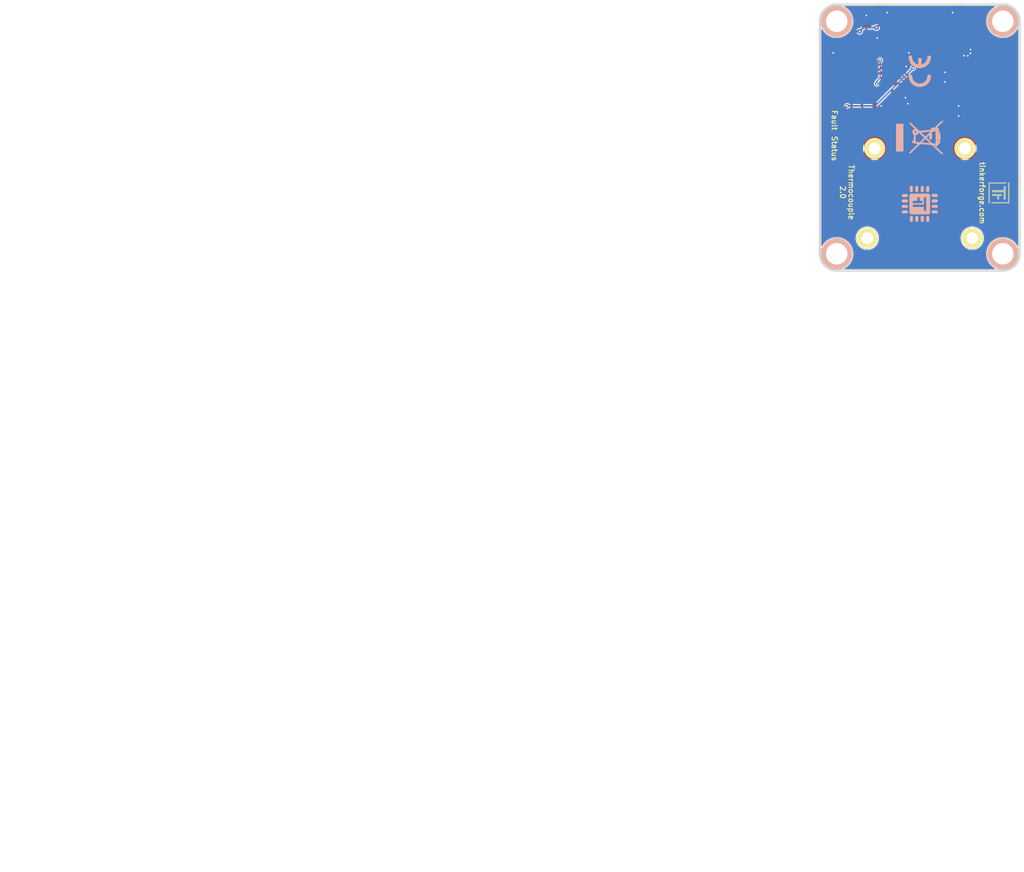
<source format=kicad_pcb>
(kicad_pcb (version 20221018) (generator pcbnew)
  (title_block (title "Thermocouple Bricklet 2.0") (date "2023-01-27") (rev "2.0") (company "Tinkerforge GmbH") (comment 1 "Licensed under CERN OHL v.1.1") (comment 2 "Copyright (©) 2023, T.Schneidermann <tim@tinkerforge.com>"))
  (layers (0 "F.Cu" signal "Vorderseite") (31 "B.Cu" signal "Rückseite") (34 "B.Paste" user) (35 "F.Paste" user) (36 "B.SilkS" user "B.Silkscreen") (37 "F.SilkS" user "F.Silkscreen") (38 "B.Mask" user) (39 "F.Mask" user) (44 "Edge.Cuts" user))
  (net 0 "")
  (net 1 "GND")
  (net 2 "VCC")
  (net 3 "Net-(C104-Pad1)")
  (net 4 "Net-(C105-Pad1)")
  (net 5 "Net-(D101-Pad1)")
  (net 6 "Net-(D101-Pad2)")
  (net 7 "Net-(J101-Pad2)")
  (net 8 "Net-(R102-Pad2)")
  (net 9 "Net-(RP101-Pad1)")
  (net 10 "Net-(RP101-Pad2)")
  (net 11 "Net-(RP101-Pad3)")
  (net 12 "Net-(RP101-Pad4)")
  (net 13 "Net-(J101-Pad1)")
  (net 14 "Net-(C1-Pad1)")
  (net 15 "Net-(D1-Pad2)")
  (net 16 "Net-(P1-Pad1)")
  (net 17 "Net-(P1-Pad4)")
  (net 18 "Net-(P1-Pad5)")
  (net 19 "Net-(P1-Pad6)")
  (net 20 "Net-(P2-Pad1)")
  (net 21 "Net-(P3-Pad2)")
  (net 22 "Net-(R1-Pad1)")
  (net 23 "S-MISO")
  (net 24 "S-MOSI")
  (net 25 "S-CLK")
  (net 26 "S-CS")
  (net 27 "M-MOSI")
  (net 28 "M-MISO")
  (net 29 "M-CLK")
  (net 30 "M-CS")
  (net 31 "Net-(U1-Pad2)")
  (net 32 "Net-(U1-Pad3)")
  (net 33 "Net-(U1-Pad5)")
  (net 34 "Net-(U1-Pad6)")
  (net 35 "Net-(U1-Pad8)")
  (net 36 "Net-(U1-Pad11)")
  (net 37 "Net-(U1-Pad12)")
  (net 38 "Net-(U1-Pad14)")
  (net 39 "Net-(U1-Pad16)")
  (net 40 "Net-(U1-Pad21)")
  (net 41 "Net-(U102-Pad6)")
  (net 42 "Net-(U102-Pad7)")
  (net 43 "Net-(U1-Pad7)")
  (footprint "kicad-libraries:Fiducial_Mark" (layer "F.Cu") (at 162 74.5 -90)
    (fp_text reference "Fiducial_Mark" hide)
    (fp_text value "VAL**" hide)
    (pad "1" smd circle (at 0 0 270) (size 1.00076 1.00076) (layers "F.Cu" "F.Paste" "F.Mask") (clearance 0.65024))
  )
  (footprint "kicad-libraries:Fiducial_Mark" (layer "F.Cu") (at 163.5 99.5 -90)
    (fp_text reference "Fiducial_Mark" hide)
    (fp_text value "VAL**" hide)
    (pad "1" smd circle (at 0 0 270) (size 1.00076 1.00076) (layers "F.Cu" "F.Paste" "F.Mask") (clearance 0.65024))
  )
  (footprint "kicad-libraries:Fiducial_Mark" (layer "F.Cu") (at 138.5 99.5 -90)
    (fp_text reference "Fiducial_Mark" hide)
    (fp_text value "VAL**" hide)
    (pad "1" smd circle (at 0 0 270) (size 1.00076 1.00076) (layers "F.Cu" "F.Paste" "F.Mask") (clearance 0.65024))
  )
  (footprint "kicad-libraries:PCC_SMP" (layer "F.Cu") (at 151 94.9 180)
    (fp_text reference "J101")
    (fp_text value "THERM")
    (pad "" thru_hole circle (at -7.9 -6.75 180) (size 3.2 3.2) (drill 1.77) (layers "*.Cu" "*.Mask" "F.SilkS"))
    (pad "" thru_hole circle (at 7.9 -6.75 180) (size 3.2 3.2) (drill 1.77) (layers "*.Cu" "*.Mask" "F.SilkS"))
    (pad "1" thru_hole circle (at -6.8 6.75 180) (size 3.2 3.2) (drill 1.77) (layers "*.Cu" "*.Mask" "F.SilkS") (net 13 "Net-(J101-Pad1)"))
    (pad "2" thru_hole circle (at 6.8 6.75 180) (size 3.2 3.2) (drill 1.77) (layers "*.Cu" "*.Mask" "F.SilkS") (net 7 "Net-(J101-Pad2)"))
  )
  (footprint "kicad-libraries:0603X4" (layer "F.Cu") (at 146.4 77.2 -90)
    (fp_text reference "RP101")
    (fp_text value "100")
    (pad "1" smd rect (at 1.19888 -0.8509 270) (size 0.44958 0.89916) (layers "F.Cu" "F.Paste" "F.Mask") (net 9 "Net-(RP101-Pad1)"))
    (pad "2" smd rect (at 0.39878 -0.8509 270) (size 0.44958 0.89916) (layers "F.Cu" "F.Paste" "F.Mask") (net 10 "Net-(RP101-Pad2)"))
    (pad "3" smd rect (at -0.39878 -0.8509 270) (size 0.44958 0.89916) (layers "F.Cu" "F.Paste" "F.Mask") (net 11 "Net-(RP101-Pad3)"))
    (pad "4" smd rect (at -1.19888 -0.8509 270) (size 0.44958 0.89916) (layers "F.Cu" "F.Paste" "F.Mask") (net 12 "Net-(RP101-Pad4)"))
    (pad "5" smd rect (at -1.19888 0.8509 270) (size 0.44958 0.89916) (layers "F.Cu" "F.Paste" "F.Mask") (net 27 "M-MOSI"))
    (pad "6" smd rect (at -0.39878 0.8509 270) (size 0.44958 0.89916) (layers "F.Cu" "F.Paste" "F.Mask") (net 28 "M-MISO"))
    (pad "7" smd rect (at 0.39878 0.8509 270) (size 0.44958 0.89916) (layers "F.Cu" "F.Paste" "F.Mask") (net 29 "M-CLK"))
    (pad "8" smd rect (at 1.19888 0.8509 270) (size 0.44958 0.89916) (layers "F.Cu" "F.Paste" "F.Mask") (net 30 "M-CS"))
  )
  (footprint "kicad-libraries:TSSOP14" (layer "F.Cu") (at 151.3 77.7)
    (fp_text reference "U102")
    (fp_text value "MAX31856")
    (pad "1" smd rect (at -1.94818 2.79908 180) (size 0.29972 1.5494) (layers "F.Cu" "F.Paste" "F.Mask") (net 1 "GND"))
    (pad "2" smd rect (at -1.29794 2.79908 180) (size 0.29972 1.5494) (layers "F.Cu" "F.Paste" "F.Mask") (net 8 "Net-(R102-Pad2)"))
    (pad "3" smd rect (at -0.6477 2.79908 180) (size 0.29972 1.5494) (layers "F.Cu" "F.Paste" "F.Mask") (net 3 "Net-(C104-Pad1)"))
    (pad "4" smd rect (at 0 2.79908 180) (size 0.29972 1.5494) (layers "F.Cu" "F.Paste" "F.Mask") (net 4 "Net-(C105-Pad1)"))
    (pad "5" smd rect (at 0.6477 2.79908 180) (size 0.29972 1.5494) (layers "F.Cu" "F.Paste" "F.Mask") (net 2 "VCC"))
    (pad "6" smd rect (at 1.29794 2.79908 180) (size 0.29972 1.5494) (layers "F.Cu" "F.Paste" "F.Mask") (net 41 "Net-(U102-Pad6)"))
    (pad "7" smd rect (at 1.94818 2.79908 180) (size 0.29972 1.5494) (layers "F.Cu" "F.Paste" "F.Mask") (net 42 "Net-(U102-Pad7)"))
    (pad "8" smd rect (at 1.94818 -2.79908) (size 0.29972 1.5494) (layers "F.Cu" "F.Paste" "F.Mask") (net 2 "VCC"))
    (pad "9" smd rect (at 1.29794 -2.79908) (size 0.29972 1.5494) (layers "F.Cu" "F.Paste" "F.Mask") (net 9 "Net-(RP101-Pad1)"))
    (pad "10" smd rect (at 0.6477 -2.79908) (size 0.29972 1.5494) (layers "F.Cu" "F.Paste" "F.Mask") (net 10 "Net-(RP101-Pad2)"))
    (pad "11" smd rect (at 0 -2.79908) (size 0.29972 1.5494) (layers "F.Cu" "F.Paste" "F.Mask") (net 11 "Net-(RP101-Pad3)"))
    (pad "12" smd rect (at -0.6477 -2.79908) (size 0.29972 1.5494) (layers "F.Cu" "F.Paste" "F.Mask") (net 12 "Net-(RP101-Pad4)"))
    (pad "13" smd rect (at -1.29794 -2.79908) (size 0.29972 1.5494) (layers "F.Cu" "F.Paste" "F.Mask") (net 6 "Net-(D101-Pad2)"))
    (pad "14" smd rect (at -1.94818 -2.79908) (size 0.29972 1.5494) (layers "F.Cu" "F.Paste" "F.Mask") (net 1 "GND"))
  )
  (footprint "kicad-libraries:DRILL_NP" (layer "F.Cu") (at 163.5 69 -90)
    (fp_text reference "U103" hide)
    (fp_text value "DRILL" hide)
    (pad "" np_thru_hole circle (at 0 0 270) (size 3.2 3.2) (drill 3.2) (layers "F&B.Cu" "*.Mask") (clearance 0.89))
  )
  (footprint "kicad-libraries:DRILL_NP" (layer "F.Cu") (at 138.5 69 -90)
    (fp_text reference "U104" hide)
    (fp_text value "DRILL" hide)
    (pad "" np_thru_hole circle (at 0 0 270) (size 3.2 3.2) (drill 3.2) (layers "F&B.Cu" "*.Mask") (clearance 0.89))
  )
  (footprint "kicad-libraries:DRILL_NP" (layer "F.Cu") (at 138.5 104 -90)
    (fp_text reference "U105" hide)
    (fp_text value "DRILL" hide)
    (pad "" np_thru_hole circle (at 0 0 270) (size 3.2 3.2) (drill 3.2) (layers "F&B.Cu" "*.Mask") (clearance 0.89))
  )
  (footprint "kicad-libraries:DRILL_NP" (layer "F.Cu") (at 163.5 104 -90)
    (fp_text reference "U106" hide)
    (fp_text value "DRILL" hide)
    (pad "" np_thru_hole circle (at 0 0 270) (size 3.2 3.2) (drill 3.2) (layers "F&B.Cu" "*.Mask") (clearance 0.89))
  )
  (footprint "kicad-libraries:Logo_31x31" (layer "F.Cu") (at 164.5 93.25 -90)
    (fp_text reference "G***" hide)
    (fp_text value "Logo_31x31" hide)
  )
  (footprint "kicad-libraries:C0603F" (layer "F.Cu") (at 154.8 75.2 -90)
    (fp_text reference "C102")
    (fp_text value "100nF")
    (pad "1" smd rect (at -0.75 0 270) (size 0.9 0.9) (layers "F.Cu" "F.Paste" "F.Mask") (net 2 "VCC"))
    (pad "2" smd rect (at 0.75 0 270) (size 0.9 0.9) (layers "F.Cu" "F.Paste" "F.Mask") (net 1 "GND"))
  )
  (footprint "kicad-libraries:C0603F" (layer "F.Cu") (at 154.8 79.6 90)
    (fp_text reference "C103")
    (fp_text value "100nF")
    (pad "1" smd rect (at -0.75 0 90) (size 0.9 0.9) (layers "F.Cu" "F.Paste" "F.Mask") (net 2 "VCC"))
    (pad "2" smd rect (at 0.75 0 90) (size 0.9 0.9) (layers "F.Cu" "F.Paste" "F.Mask") (net 1 "GND"))
  )
  (footprint "kicad-libraries:C0603F" (layer "F.Cu") (at 146 82.5 180)
    (fp_text reference "C104")
    (fp_text value "10nF")
    (pad "1" smd rect (at -0.75 0 180) (size 0.9 0.9) (layers "F.Cu" "F.Paste" "F.Mask") (net 3 "Net-(C104-Pad1)"))
    (pad "2" smd rect (at 0.75 0 180) (size 0.9 0.9) (layers "F.Cu" "F.Paste" "F.Mask") (net 1 "GND"))
  )
  (footprint "kicad-libraries:C0603F" (layer "F.Cu") (at 151 82.4 180)
    (fp_text reference "C105")
    (fp_text value "10nF")
    (pad "1" smd rect (at -0.75 0 180) (size 0.9 0.9) (layers "F.Cu" "F.Paste" "F.Mask") (net 4 "Net-(C105-Pad1)"))
    (pad "2" smd rect (at 0.75 0 180) (size 0.9 0.9) (layers "F.Cu" "F.Paste" "F.Mask") (net 3 "Net-(C104-Pad1)"))
  )
  (footprint "kicad-libraries:C0603F" (layer "F.Cu") (at 156.1 82.5 180)
    (fp_text reference "C106")
    (fp_text value "10nF")
    (pad "1" smd rect (at -0.75 0 180) (size 0.9 0.9) (layers "F.Cu" "F.Paste" "F.Mask") (net 1 "GND"))
    (pad "2" smd rect (at 0.75 0 180) (size 0.9 0.9) (layers "F.Cu" "F.Paste" "F.Mask") (net 4 "Net-(C105-Pad1)"))
  )
  (footprint "kicad-libraries:D0603F" (layer "F.Cu") (at 139.4 83.9 90)
    (fp_text reference "D101")
    (fp_text value "red")
    (pad "1" smd rect (at -0.75 0 90) (size 0.9 0.9) (layers "F.Cu" "F.Paste" "F.Mask") (net 5 "Net-(D101-Pad1)"))
    (pad "2" smd rect (at 0.75 0 90) (size 0.9 0.9) (layers "F.Cu" "F.Paste" "F.Mask") (net 6 "Net-(D101-Pad2)"))
  )
  (footprint "kicad-libraries:DEBUG_PAD" (layer "F.Cu") (at 141.8 78.5 -90)
    (fp_text reference "P2")
    (fp_text value "DEBUG")
    (pad "1" smd circle (at 0 0 270) (size 0.7 0.7) (layers "F.Cu" "F.Paste" "F.Mask") (net 20 "Net-(P2-Pad1)"))
  )
  (footprint "kicad-libraries:SolderJumper" (layer "F.Cu") (at 143 69.2 -90)
    (fp_text reference "P3")
    (fp_text value "BOOT")
    (pad "1" smd rect (at -0.5 0 270) (size 0.4 1.4) (layers "F.Cu" "F.Mask") (net 1 "GND"))
    (pad "1" smd rect (at -0.225 -0.55 270) (size 0.95 0.3) (layers "F.Cu" "F.Mask") (net 1 "GND"))
    (pad "1" smd rect (at -0.225 0.55 270) (size 0.95 0.3) (layers "F.Cu" "F.Mask") (net 1 "GND"))
    (pad "2" smd rect (at 0.15 0 270) (size 0.6 0.5) (layers "F.Cu" "F.Mask") (net 21 "Net-(P3-Pad2)"))
    (pad "2" smd rect (at 0.55 0 270) (size 0.3 1.4) (layers "F.Cu" "F.Mask") (net 21 "Net-(P3-Pad2)"))
  )
  (footprint "kicad-libraries:R0603F" (layer "F.Cu") (at 140.7 83.9 90)
    (fp_text reference "R101")
    (fp_text value "1k")
    (pad "1" smd rect (at -0.75 0 90) (size 0.9 0.9) (layers "F.Cu" "F.Paste" "F.Mask") (net 5 "Net-(D101-Pad1)"))
    (pad "2" smd rect (at 0.75 0 90) (size 0.9 0.9) (layers "F.Cu" "F.Paste" "F.Mask") (net 2 "VCC"))
  )
  (footprint "kicad-libraries:R1206" (layer "F.Cu") (at 145.7 80.1)
    (fp_text reference "R102")
    (fp_text value "20k")
    (pad "1" smd rect (at -1.50114 0) (size 1.00076 1.6002) (layers "F.Cu" "F.Paste" "F.Mask") (net 7 "Net-(J101-Pad2)"))
    (pad "2" smd rect (at 1.50114 0) (size 1.00076 1.6002) (layers "F.Cu" "F.Paste" "F.Mask") (net 8 "Net-(R102-Pad2)"))
  )
  (footprint "kicad-libraries:R1206" (layer "F.Cu") (at 148.5 84 90)
    (fp_text reference "R103")
    (fp_text value "100")
    (pad "1" smd rect (at -1.50114 0 90) (size 1.00076 1.6002) (layers "F.Cu" "F.Paste" "F.Mask") (net 7 "Net-(J101-Pad2)"))
    (pad "2" smd rect (at 1.50114 0 90) (size 1.00076 1.6002) (layers "F.Cu" "F.Paste" "F.Mask") (net 3 "Net-(C104-Pad1)"))
  )
  (footprint "kicad-libraries:R1206" (layer "F.Cu") (at 153.5 84 90)
    (fp_text reference "R104")
    (fp_text value "100")
    (pad "1" smd rect (at -1.50114 0 90) (size 1.00076 1.6002) (layers "F.Cu" "F.Paste" "F.Mask") (net 13 "Net-(J101-Pad1)"))
    (pad "2" smd rect (at 1.50114 0 90) (size 1.00076 1.6002) (layers "F.Cu" "F.Paste" "F.Mask") (net 4 "Net-(C105-Pad1)"))
  )
  (footprint "kicad-libraries:QFN24-4x4mm-0.5mm" (layer "F.Cu") (at 142 74.5 -90)
    (fp_text reference "U1")
    (fp_text value "XMC1100")
    (pad "1" smd oval (at -2.025 -1.25 270) (size 1 0.3) (layers "F.Cu" "F.Paste" "F.Mask") (net 23 "S-MISO"))
    (pad "2" smd oval (at -2.025 -0.75 270) (size 1 0.3) (layers "F.Cu" "F.Paste" "F.Mask") (net 31 "Net-(U1-Pad2)"))
    (pad "3" smd oval (at -2.025 -0.25 270) (size 1 0.3) (layers "F.Cu" "F.Paste" "F.Mask") (net 32 "Net-(U1-Pad3)"))
    (pad "4" smd oval (at -2.025 0.25 270) (size 1 0.3) (layers "F.Cu" "F.Paste" "F.Mask") (net 21 "Net-(P3-Pad2)"))
    (pad "5" smd oval (at -2.025 0.75 270) (size 1 0.3) (layers "F.Cu" "F.Paste" "F.Mask") (net 33 "Net-(U1-Pad5)"))
    (pad "6" smd oval (at -2.025 1.25 270) (size 1 0.3) (layers "F.Cu" "F.Paste" "F.Mask") (net 34 "Net-(U1-Pad6)"))
    (pad "7" smd oval (at -1.25 2.025) (size 1 0.3) (layers "F.Cu" "F.Paste" "F.Mask") (net 43 "Net-(U1-Pad7)"))
    (pad "8" smd oval (at -0.75 2.025) (size 1 0.3) (layers "F.Cu" "F.Paste" "F.Mask") (net 35 "Net-(U1-Pad8)"))
    (pad "9" smd oval (at -0.25 2.025) (size 1 0.3) (layers "F.Cu" "F.Paste" "F.Mask") (net 1 "GND"))
    (pad "10" smd oval (at 0.25 2.025) (size 1 0.3) (layers "F.Cu" "F.Paste" "F.Mask") (net 2 "VCC"))
    (pad "11" smd oval (at 0.75 2.025) (size 1 0.3) (layers "F.Cu" "F.Paste" "F.Mask") (net 36 "Net-(U1-Pad11)"))
    (pad "12" smd oval (at 1.25 2.025) (size 1 0.3) (layers "F.Cu" "F.Paste" "F.Mask") (net 37 "Net-(U1-Pad12)"))
    (pad "13" smd oval (at 2.025 1.25 270) (size 1 0.3) (layers "F.Cu" "F.Paste" "F.Mask") (net 22 "Net-(R1-Pad1)"))
    (pad "14" smd oval (at 2.025 0.75 270) (size 1 0.3) (layers "F.Cu" "F.Paste" "F.Mask") (net 38 "Net-(U1-Pad14)"))
    (pad "15" smd oval (at 2.025 0.25 270) (size 1 0.3) (layers "F.Cu" "F.Paste" "F.Mask") (net 20 "Net-(P2-Pad1)"))
    (pad "16" smd oval (at 2.025 -0.25 270) (size 1 0.3) (layers "F.Cu" "F.Paste" "F.Mask") (net 39 "Net-(U1-Pad16)"))
    (pad "17" smd oval (at 2.025 -0.75 270) (size 1 0.3) (layers "F.Cu" "F.Paste" "F.Mask") (net 28 "M-MISO"))
    (pad "18" smd oval (at 2.025 -1.25 270) (size 1 0.3) (layers "F.Cu" "F.Paste" "F.Mask") (net 27 "M-MOSI"))
    (pad "19" smd oval (at 1.25 -2.025) (size 1 0.3) (layers "F.Cu" "F.Paste" "F.Mask") (net 29 "M-CLK"))
    (pad "20" smd oval (at 0.75 -2.025) (size 1 0.3) (layers "F.Cu" "F.Paste" "F.Mask") (net 30 "M-CS"))
    (pad "21" smd oval (at 0.25 -2.025) (size 1 0.3) (layers "F.Cu" "F.Paste" "F.Mask") (net 40 "Net-(U1-Pad21)"))
    (pad "22" smd oval (at -0.25 -2.025) (size 1 0.3) (layers "F.Cu" "F.Paste" "F.Mask") (net 26 "S-CS"))
    (pad "23" smd oval (at -0.75 -2.025) (size 1 0.3) (layers "F.Cu" "F.Paste" "F.Mask") (net 25 "S-CLK"))
    (pad "24" smd oval (at -1.25 -2.025) (size 1 0.3) (layers "F.Cu" "F.Paste" "F.Mask") (net 24 "S-MOSI"))
    (pad "EXP" smd rect (at -0.65 -0.65 270) (size 1.3 1.3) (layers "F.Cu" "F.Paste" "F.Mask") (net 1 "GND"))
    (pad "EXP" smd rect (at -0.65 0.65 270) (size 1.3 1.3) (layers "F.Cu" "F.Paste" "F.Mask") (net 1 "GND"))
    (pad "EXP" smd rect (at 0.65 -0.65 270) (size 1.3 1.3) (layers "F.Cu" "F.Paste" "F.Mask") (net 1 "GND"))
    (pad "EXP" smd rect (at 0.65 0.65 270) (size 1.3 1.3) (layers "F.Cu" "F.Paste" "F.Mask") (net 1 "GND"))
  )
  (footprint "kicad-libraries:C0402F" (layer "F.Cu") (at 145.7 71.5 180)
    (fp_text reference "C1")
    (fp_text value "220pF")
    (pad "1" smd rect (at -0.5 0 180) (size 0.6 0.7) (layers "F.Cu" "F.Paste" "F.Mask") (net 14 "Net-(C1-Pad1)"))
    (pad "2" smd rect (at 0.5 0 180) (size 0.6 0.7) (layers "F.Cu" "F.Paste" "F.Mask") (net 1 "GND"))
  )
  (footprint "kicad-libraries:C0805" (layer "F.Cu") (at 156.3 72.5 -90)
    (fp_text reference "C2")
    (fp_text value "10uF")
    (pad "1" smd rect (at -1.00076 0 270) (size 1.00076 1.24968) (layers "F.Cu" "F.Paste" "F.Mask") (net 2 "VCC") (clearance 0.14986))
    (pad "2" smd rect (at 1.00076 0 270) (size 1.00076 1.24968) (layers "F.Cu" "F.Paste" "F.Mask") (net 1 "GND") (clearance 0.14986))
  )
  (footprint "kicad-libraries:C0603F" (layer "F.Cu") (at 157.9 72.7 -90)
    (fp_text reference "C3")
    (fp_text value "1uF")
    (pad "1" smd rect (at -0.75 0 270) (size 0.9 0.9) (layers "F.Cu" "F.Paste" "F.Mask") (net 2 "VCC"))
    (pad "2" smd rect (at 0.75 0 270) (size 0.9 0.9) (layers "F.Cu" "F.Paste" "F.Mask") (net 1 "GND"))
  )
  (footprint "kicad-libraries:C0603F" (layer "F.Cu") (at 138.7 74.5 90)
    (fp_text reference "C4")
    (fp_text value "100nF")
    (pad "1" smd rect (at -0.75 0 90) (size 0.9 0.9) (layers "F.Cu" "F.Paste" "F.Mask") (net 2 "VCC"))
    (pad "2" smd rect (at 0.75 0 90) (size 0.9 0.9) (layers "F.Cu" "F.Paste" "F.Mask") (net 1 "GND"))
  )
  (footprint "kicad-libraries:D0603F" (layer "F.Cu") (at 139.4 88.2 -90)
    (fp_text reference "D1")
    (fp_text value "blue")
    (pad "1" smd rect (at -0.75 0 270) (size 0.9 0.9) (layers "F.Cu" "F.Paste" "F.Mask") (net 2 "VCC"))
    (pad "2" smd rect (at 0.75 0 270) (size 0.9 0.9) (layers "F.Cu" "F.Paste" "F.Mask") (net 15 "Net-(D1-Pad2)"))
  )
  (footprint "kicad-libraries:CON-SENSOR2" (layer "F.Cu") (at 151 66.5 180)
    (fp_text reference "P1")
    (fp_text value "CON-SENSOR2")
    (pad "1" smd rect (at -3.75 -4.6 180) (size 0.6 1.8) (layers "F.Cu" "F.Paste" "F.Mask") (net 16 "Net-(P1-Pad1)"))
    (pad "2" smd rect (at -2.5 -4.6 180) (size 0.6 1.8) (layers "F.Cu" "F.Paste" "F.Mask") (net 1 "GND"))
    (pad "3" smd rect (at -1.25 -4.6 180) (size 0.6 1.8) (layers "F.Cu" "F.Paste" "F.Mask") (net 2 "VCC"))
    (pad "4" smd rect (at 0 -4.6 180) (size 0.6 1.8) (layers "F.Cu" "F.Paste" "F.Mask") (net 17 "Net-(P1-Pad4)"))
    (pad "5" smd rect (at 1.25 -4.6 180) (size 0.6 1.8) (layers "F.Cu" "F.Paste" "F.Mask") (net 18 "Net-(P1-Pad5)"))
    (pad "6" smd rect (at 2.5 -4.6 180) (size 0.6 1.8) (layers "F.Cu" "F.Paste" "F.Mask") (net 19 "Net-(P1-Pad6)"))
    (pad "7" smd rect (at 3.75 -4.6 180) (size 0.6 1.8) (layers "F.Cu" "F.Paste" "F.Mask") (net 14 "Net-(C1-Pad1)"))
    (pad "EP" smd rect (at -5.9 -1.2 180) (size 1.4 2.4) (layers "F.Cu" "F.Paste" "F.Mask") (net 1 "GND"))
    (pad "EP" smd rect (at 5.9 -1.2 180) (size 1.4 2.4) (layers "F.Cu" "F.Paste" "F.Mask") (net 1 "GND"))
  )
  (footprint "kicad-libraries:R0603F" (layer "F.Cu") (at 140.7 88.2 -90)
    (fp_text reference "R1")
    (fp_text value "1k")
    (pad "1" smd rect (at -0.75 0 270) (size 0.9 0.9) (layers "F.Cu" "F.Paste" "F.Mask") (net 22 "Net-(R1-Pad1)"))
    (pad "2" smd rect (at 0.75 0 270) (size 0.9 0.9) (layers "F.Cu" "F.Paste" "F.Mask") (net 15 "Net-(D1-Pad2)"))
  )
  (footprint "kicad-libraries:4X0402" (layer "F.Cu") (at 146.7 73.4 90)
    (fp_text reference "RP1")
    (fp_text value "82")
    (pad "1" smd rect (at -0.7493 0.575 270) (size 0.29972 0.65) (layers "F.Cu" "F.Paste" "F.Mask") (net 17 "Net-(P1-Pad4)"))
    (pad "2" smd rect (at -0.24892 0.575 270) (size 0.29972 0.65) (layers "F.Cu" "F.Paste" "F.Mask") (net 18 "Net-(P1-Pad5)"))
    (pad "3" smd rect (at 0.24892 0.575 270) (size 0.29972 0.65) (layers "F.Cu" "F.Paste" "F.Mask") (net 19 "Net-(P1-Pad6)"))
    (pad "4" smd rect (at 0.7493 0.575 270) (size 0.29972 0.65) (layers "F.Cu" "F.Paste" "F.Mask") (net 14 "Net-(C1-Pad1)"))
    (pad "5" smd rect (at 0.7493 -0.575 90) (size 0.29972 0.65) (layers "F.Cu" "F.Paste" "F.Mask") (net 23 "S-MISO"))
    (pad "6" smd rect (at 0.24892 -0.575 90) (size 0.29972 0.65) (layers "F.Cu" "F.Paste" "F.Mask") (net 24 "S-MOSI"))
    (pad "7" smd rect (at -0.24892 -0.575 90) (size 0.29972 0.65) (layers "F.Cu" "F.Paste" "F.Mask") (net 25 "S-CLK"))
    (pad "8" smd rect (at -0.7493 -0.575 90) (size 0.29972 0.65) (layers "F.Cu" "F.Paste" "F.Mask") (net 26 "S-CS"))
  )
  (footprint "kicad-libraries:CE_5mm" (layer "B.Cu") (at 151 76.5 90)
    (fp_text reference "VAL" hide)
    (fp_text value "CE_5mm" hide)
  )
  (footprint "kicad-libraries:WEEE_7mm" (layer "B.Cu") (at 151 86.5 90)
    (fp_text reference "G***" hide)
    (fp_text value "LOGO" hide)
  )
  (footprint "kicad-libraries:Logo_CoMCU" (layer "B.Cu") (at 151 96.5 90)
    (fp_text reference "G***" hide)
    (fp_text value "LOGO" hide)
  )
  (gr_line (start 136 104) (end 136 69) (stroke (width 0.381)) (layer "Edge.Cuts"))
  (gr_line (start 166 69) (end 166 104) (stroke (width 0.381)) (layer "Edge.Cuts"))
  (gr_arc (start 166 104) (mid 165.267767 105.767767) (end 163.5 106.5) (stroke (width 0.381)) (layer "Edge.Cuts"))
  (gr_arc (start 163.5 66.5) (mid 165.267767 67.232233) (end 166 69) (stroke (width 0.381)) (layer "Edge.Cuts"))
  (gr_line (start 163.5 106.5) (end 138.5 106.5) (stroke (width 0.381)) (layer "Edge.Cuts"))
  (gr_arc (start 138.5 106.5) (mid 136.732233 105.767767) (end 136 104) (stroke (width 0.381)) (layer "Edge.Cuts"))
  (gr_line (start 138.5 66.5) (end 163.5 66.5) (stroke (width 0.381)) (layer "Edge.Cuts"))
  (gr_arc (start 136 69) (mid 136.732233 67.232233) (end 138.5 66.5) (stroke (width 0.381)) (layer "Edge.Cuts"))
  (gr_text "Status" (at 138.16 88.15 270) (layer "F.SilkS") (effects (font (size 0.8 0.8) (thickness 0.14986))))
  (gr_text "Thermocouple\n2.0" (at 140.05 94.75 270) (layer "F.SilkS") (effects (font (size 0.8 0.8))))
  (gr_text "Fault" (at 138.16 83.89 270) (layer "F.SilkS") (effects (font (size 0.8 0.8) (thickness 0.14986))))
  (gr_text "tinkerforge.com" (at 160.4 94.85 270) (layer "F.SilkS") (effects (font (size 0.8001 0.8001) (thickness 0.14986))))
  (segment (start 149.35182 75.39818) (end 148.95 75.8) (width 0.29972) (layer "F.Cu") (net 1))
  (segment (start 149.35182 73.75182) (end 149.35 73.75) (width 0.29972) (layer "F.Cu") (net 1))
  (segment (start 149.35182 81.24818) (end 149.2 81.4) (width 0.29972) (layer "F.Cu") (net 1))
  (segment (start 148.85092 80.49908) (end 148.85 80.5) (width 0.29972) (layer "F.Cu") (net 1))
  (segment (start 145.1999 81.7501) (end 145.2 81.75) (width 0.59944) (layer "F.Cu") (net 1))
  (segment (start 156.8501 81.7501) (end 156.85 81.75) (width 0.59944) (layer "F.Cu") (net 1))
  (segment (start 156.8501 83.2499) (end 156.85 83.25) (width 0.59944) (layer "F.Cu") (net 1))
  (segment (start 142.65 75.15) (end 141.35 75.15) (width 0.2) (layer "F.Cu") (net 1))
  (segment (start 141.35 75.15) (end 141.35 73.85) (width 0.2) (layer "F.Cu") (net 1))
  (segment (start 141.35 73.85) (end 142.65 73.85) (width 0.2) (layer "F.Cu") (net 1))
  (segment (start 140.95 74.25) (end 141.35 73.85) (width 0.2) (layer "F.Cu") (net 1))
  (segment (start 153.5 72.79) (end 154.23076 73.52076) (width 0.55) (layer "F.Cu") (net 1))
  (segment (start 154.23076 73.52076) (end 156.29 73.52076) (width 0.55) (layer "F.Cu") (net 1))
  (segment (start 157.82924 73.52076) (end 157.9 73.45) (width 0.55) (layer "F.Cu") (net 1))
  (segment (start 157.9 73.95) (end 157.67 74.18) (width 0.55) (layer "F.Cu") (net 1))
  (segment (start 158.23 74.2) (end 157.9 73.87) (width 0.55) (layer "F.Cu") (net 1))
  (segment (start 158.26 73.45) (end 158.63 73.82) (width 0.55) (layer "F.Cu") (net 1))
  (segment (start 158.44 73.45) (end 158.63 73.26) (width 0.55) (layer "F.Cu") (net 1))
  (segment (start 158.61 73.82) (end 158.23 74.2) (width 0.55) (layer "F.Cu") (net 1))
  (segment (start 157.69 74.2) (end 157.67 74.18) (width 0.55) (layer "F.Cu") (net 1))
  (segment (start 158.09 73.26) (end 157.9 73.45) (width 0.55) (layer "F.Cu") (net 1))
  (segment (start 139.2 74.25) (end 138.7 73.75) (width 0.25) (layer "F.Cu") (net 1))
  (segment (start 142.4 68.82) (end 142.55 68.67) (width 0.2) (layer "F.Cu") (net 1))
  (segment (start 142.55 68.67) (end 142.89 68.67) (width 0.2) (layer "F.Cu") (net 1))
  (segment (start 142.89 68.67) (end 142.95 68.66) (width 0.2) (layer "F.Cu") (net 1))
  (segment (start 143.5 68.78) (end 143.39 68.67) (width 0.2) (layer "F.Cu") (net 1))
  (segment (start 143.39 68.67) (end 142.94 68.67) (width 0.2) (layer "F.Cu") (net 1))
  (segment (start 142.94 68.67) (end 142.95 68.66) (width 0.2) (layer "F.Cu") (net 1))
  (segment (start 154.8 78.85) (end 154.8 78.12) (width 0.55) (layer "F.Cu") (net 1))
  (segment (start 142.4 68.935) (end 142.4 68.82) (width 0.2) (layer "F.Cu") (net 1))
  (segment (start 142.95 68.66) (end 142.95 68.13) (width 0.25) (layer "F.Cu") (net 1))
  (segment (start 149.35182 80.49908) (end 148.85092 80.49908) (width 0.29972) (layer "F.Cu") (net 1))
  (segment (start 154.8 75.95) (end 154.8 76.68) (width 0.55) (layer "F.Cu") (net 1))
  (segment (start 156.9 67.7) (end 155.92 67.7) (width 0.55) (layer "F.Cu") (net 1))
  (segment (start 156.29 73.52076) (end 157.82924 73.52076) (width 0.55) (layer "F.Cu") (net 1))
  (segment (start 156.8501 82.5) (end 156.8501 83.2499) (width 0.59944) (layer "F.Cu") (net 1))
  (segment (start 139.975 74.25) (end 140.95 74.25) (width 0.2) (layer "F.Cu") (net 1))
  (segment (start 149.35182 80.49908) (end 149.35182 81.24818) (width 0.29972) (layer "F.Cu") (net 1))
  (segment (start 149.35182 74.90092) (end 149.35182 75.39818) (width 0.29972) (layer "F.Cu") (net 1))
  (segment (start 145.1999 82.5) (end 145.1999 81.7501) (width 0.59944) (layer "F.Cu") (net 1))
  (segment (start 142.65 73.85) (end 142.65 75.15) (width 0.2) (layer "F.Cu") (net 1))
  (segment (start 145.2 71.5) (end 144.6 71.5) (width 0.55) (layer "F.Cu") (net 1))
  (segment (start 158.23 74.2) (end 157.69 74.2) (width 0.55) (layer "F.Cu") (net 1))
  (segment (start 138.7 73.75) (end 137.97 73.75) (width 0.55) (layer "F.Cu") (net 1))
  (segment (start 143.5 68.935) (end 143.5 68.78) (width 0.2) (layer "F.Cu") (net 1))
  (segment (start 158.44 73.45) (end 157.9 73.45) (width 0.55) (layer "F.Cu") (net 1))
  (segment (start 158.63 73.26) (end 158.09 73.26) (width 0.55) (layer "F.Cu") (net 1))
  (segment (start 156.8501 82.5) (end 156.8501 81.7501) (width 0.59944) (layer "F.Cu") (net 1))
  (segment (start 139.975 74.25) (end 139.2 74.25) (width 0.25) (layer "F.Cu") (net 1))
  (segment (start 145.1 67.7) (end 146.08 67.7) (width 0.55) (layer "F.Cu") (net 1))
  (segment (start 158.63 73.26) (end 158.63 73.82) (width 0.55) (layer "F.Cu") (net 1))
  (segment (start 157.9 73.95) (end 157.9 73.45) (width 0.55) (layer "F.Cu") (net 1))
  (segment (start 157.9 73.45) (end 157.9 73.87) (width 0.55) (layer "F.Cu") (net 1))
  (segment (start 149.35182 74.90092) (end 149.35182 73.75182) (width 0.29972) (layer "F.Cu") (net 1))
  (segment (start 153.5 71.1) (end 153.5 72.79) (width 0.55) (layer "F.Cu") (net 1))
  (segment (start 158.63 73.82) (end 158.61 73.82) (width 0.55) (layer "F.Cu") (net 1))
  (via (at 142.95 68.13) (size 0.55) (drill 0.25) (layers "F.Cu" "B.Cu") (net 1))
  (via (at 149.2 81.4) (size 0.55) (drill 0.25) (layers "F.Cu" "B.Cu") (net 1))
  (via (at 158.63 73.82) (size 0.55) (drill 0.25) (layers "F.Cu" "B.Cu") (net 1))
  (via (at 146.08 67.7) (size 0.55) (drill 0.25) (layers "F.Cu" "B.Cu") (net 1))
  (via (at 155.92 67.7) (size 0.55) (drill 0.25) (layers "F.Cu" "B.Cu") (net 1))
  (via (at 154.8 76.68) (size 0.55) (drill 0.25) (layers "F.Cu" "B.Cu") (net 1))
  (via (at 148.85 80.5) (size 0.55) (drill 0.25) (layers "F.Cu" "B.Cu") (net 1))
  (via (at 145.2 81.75) (size 0.55) (drill 0.25) (layers "F.Cu" "B.Cu") (net 1))
  (via (at 144.6 71.5) (size 0.55) (drill 0.25) (layers "F.Cu" "B.Cu") (net 1))
  (via (at 156.85 81.75) (size 0.55) (drill 0.25) (layers "F.Cu" "B.Cu") (net 1))
  (via (at 158.23 74.2) (size 0.55) (drill 0.25) (layers "F.Cu" "B.Cu") (net 1))
  (via (at 157.67 74.18) (size 0.55) (drill 0.25) (layers "F.Cu" "B.Cu") (net 1))
  (via (at 154.8 78.12) (size 0.55) (drill 0.25) (layers "F.Cu" "B.Cu") (net 1))
  (via (at 149.35 73.75) (size 0.55) (drill 0.25) (layers "F.Cu" "B.Cu") (net 1))
  (via (at 137.97 73.75) (size 0.55) (drill 0.25) (layers "F.Cu" "B.Cu") (net 1))
  (via (at 158.63 73.26) (size 0.55) (drill 0.25) (layers "F.Cu" "B.Cu") (net 1))
  (via (at 148.95 75.8) (size 0.55) (drill 0.25) (layers "F.Cu" "B.Cu") (net 1))
  (via (at 156.85 83.25) (size 0.55) (drill 0.25) (layers "F.Cu" "B.Cu") (net 1))
  (segment (start 153.7492 74.3999) (end 153.24818 74.90092) (width 0.29972) (layer "F.Cu") (net 2))
  (segment (start 151.9477 79.6023) (end 152.3 79.25) (width 0.29972) (layer "F.Cu") (net 2))
  (segment (start 152.3 79.25) (end 153.55 79.25) (width 0.29972) (layer "F.Cu") (net 2))
  (segment (start 153.55 79.25) (end 154.7001 80.4001) (width 0.29972) (layer "F.Cu") (net 2))
  (segment (start 154.7001 80.4001) (end 154.8 80.4001) (width 0.29972) (layer "F.Cu") (net 2))
  (segment (start 152.24 70.02) (end 152.83 69.43) (width 0.55) (layer "F.Cu") (net 2))
  (segment (start 152.83 69.43) (end 155.13 69.43) (width 0.55) (layer "F.Cu") (net 2))
  (segment (start 155.13 69.43) (end 156.29 70.59) (width 0.55) (layer "F.Cu") (net 2))
  (segment (start 156.29 70.59) (end 156.29 71.51924) (width 0.55) (layer "F.Cu") (net 2))
  (segment (start 156.87924 71.51924) (end 157.31 71.95) (width 0.55) (layer "F.Cu") (net 2))
  (segment (start 157.31 71.95) (end 157.9 71.95) (width 0.55) (layer "F.Cu") (net 2))
  (segment (start 159.19 71.95) (end 159.46 72.22) (width 0.29972) (layer "F.Cu") (net 2))
  (segment (start 159.46 72.22) (end 159.46 74.26) (width 0.29972) (layer "F.Cu") (net 2))
  (segment (start 159.46 74.26) (end 158.79 74.93) (width 0.29972) (layer "F.Cu") (net 2))
  (segment (start 158.79 74.93) (end 156.2 74.93) (width 0.29972) (layer "F.Cu") (net 2))
  (segment (start 156.2 74.93) (end 155.72 74.45) (width 0.29972) (layer "F.Cu") (net 2))
  (segment (start 155.72 74.45) (end 154.8 74.45) (width 0.29972) (layer "F.Cu") (net 2))
  (segment (start 155.83 75.3) (end 155.83 79.94) (width 0.29972) (layer "F.Cu") (net 2))
  (segment (start 155.83 79.94) (end 155.42 80.35) (width 0.29972) (layer "F.Cu") (net 2))
  (segment (start 155.42 80.35) (end 154.8 80.35) (width 0.29972) (layer "F.Cu") (net 2))
  (segment (start 139.2 74.75) (end 138.7 75.25) (width 0.25) (layer "F.Cu") (net 2))
  (segment (start 138.7 78.7) (end 140.73 80.73) (width 0.29972) (layer "F.Cu") (net 2))
  (segment (start 140.73 80.73) (end 140.73 83.14) (width 0.29972) (layer "F.Cu") (net 2))
  (segment (start 141.37 83.14) (end 141.77 83.54) (width 0.29972) (layer "F.Cu") (net 2))
  (segment (start 141.77 83.54) (end 141.77 85.53) (width 0.29972) (layer "F.Cu") (net 2))
  (segment (start 141.77 85.53) (end 141.3 86) (width 0.29972) (layer "F.Cu") (net 2))
  (segment (start 141.3 86) (end 139.91 86) (width 0.29972) (layer "F.Cu") (net 2))
  (segment (start 139.91 86) (end 139.4 86.51) (width 0.29972) (layer "F.Cu") (net 2))
  (segment (start 139.4 86.51) (end 139.4 87.4) (width 0.29972) (layer "F.Cu") (net 2))
  (segment (start 138.07 75.25) (end 137.39 74.57) (width 0.29972) (layer "F.Cu") (net 2))
  (segment (start 137.39 74.57) (end 137.39 73.5) (width 0.29972) (layer "F.Cu") (net 2))
  (segment (start 137.39 73.5) (end 138.32 72.57) (width 0.29972) (layer "F.Cu") (net 2))
  (segment (start 138.32 72.57) (end 139.39 72.57) (width 0.29972) (layer "F.Cu") (net 2))
  (segment (start 139.39 72.57) (end 141.45 70.51) (width 0.29972) (layer "F.Cu") (net 2))
  (segment (start 141.45 70.51) (end 141.95 70.51) (width 0.29972) (layer "F.Cu") (net 2))
  (segment (start 144.5 69.95) (end 144.93 69.52) (width 0.29972) (layer "F.Cu") (net 2))
  (segment (start 144.93 69.52) (end 151.59 69.52) (width 0.29972) (layer "F.Cu") (net 2))
  (segment (start 151.59 69.52) (end 152.45 68.66) (width 0.29972) (layer "F.Cu") (net 2))
  (segment (start 152.45 68.66) (end 154.53 68.66) (width 0.29972) (layer "F.Cu") (net 2))
  (segment (start 159.17 71.95) (end 159.19 71.95) (width 0.29972) (layer "F.Cu") (net 2))
  (segment (start 155.25 68.66) (end 157.9 71.31) (width 0.29972) (layer "F.Cu") (net 2))
  (segment (start 157.9 71.31) (end 157.9 71.95) (width 0.29972) (layer "F.Cu") (net 2))
  (segment (start 152.24 71.15) (end 152.24 70.02) (width 0.55) (layer "F.Cu") (net 2))
  (segment (start 154.53 68.66) (end 155.25 68.66) (width 0.29972) (layer "F.Cu") (net 2))
  (segment (start 138.7 75.25) (end 138.07 75.25) (width 0.29972) (layer "F.Cu") (net 2))
  (segment (start 151.9477 80.49908) (end 151.9477 79.6023) (width 0.29972) (layer "F.Cu") (net 2))
  (segment (start 156.29 71.51924) (end 156.87924 71.51924) (width 0.55) (layer "F.Cu") (net 2))
  (segment (start 156.2 74.93) (end 155.83 75.3) (width 0.29972) (layer "F.Cu") (net 2))
  (segment (start 140.73 83.14) (end 141.37 83.14) (width 0.29972) (layer "F.Cu") (net 2))
  (segment (start 154.8 74.3999) (end 153.7492 74.3999) (width 0.29972) (layer "F.Cu") (net 2))
  (segment (start 139.975 74.75) (end 139.2 74.75) (width 0.25) (layer "F.Cu") (net 2))
  (segment (start 157.9 71.95) (end 159.17 71.95) (width 0.29972) (layer "F.Cu") (net 2))
  (segment (start 138.7 75.25) (end 138.7 78.7) (width 0.29972) (layer "F.Cu") (net 2))
  (via (at 141.95 70.51) (size 0.70104) (drill 0.24892) (layers "F.Cu" "B.Cu") (net 2))
  (via (at 144.5 69.95) (size 0.70104) (drill 0.24892) (layers "F.Cu" "B.Cu") (net 2))
  (segment (start 141.95 70.51) (end 142.51 69.95) (width 0.29972) (layer "B.Cu") (net 2))
  (segment (start 142.51 69.95) (end 144.5 69.95) (width 0.29972) (layer "B.Cu") (net 2))
  (segment (start 150.10104 82.49886) (end 150.1999 82.4) (width 0.8001) (layer "F.Cu") (net 3))
  (segment (start 148.49896 82.4999) (end 148.5 82.49886) (width 0.8001) (layer "F.Cu") (net 3))
  (segment (start 150.6523 81.3977) (end 150.1999 81.8501) (width 0.29972) (layer "F.Cu") (net 3))
  (segment (start 150.1999 81.8501) (end 150.1999 82.4) (width 0.29972) (layer "F.Cu") (net 3))
  (segment (start 148.5 82.49886) (end 150.10104 82.49886) (width 0.8001) (layer "F.Cu") (net 3))
  (segment (start 146.75 82.4999) (end 148.49896 82.4999) (width 0.8001) (layer "F.Cu") (net 3))
  (segment (start 150.6523 80.49908) (end 150.6523 81.3977) (width 0.29972) (layer "F.Cu") (net 3))
  (segment (start 151.89896 82.49886) (end 151.8001 82.4) (width 0.8001) (layer "F.Cu") (net 4))
  (segment (start 155.19896 82.49886) (end 155.2 82.4999) (width 0.8001) (layer "F.Cu") (net 4))
  (segment (start 151.3 81.45) (end 151.8001 81.9501) (width 0.29972) (layer "F.Cu") (net 4))
  (segment (start 151.8001 82.0001) (end 151.8001 82.4) (width 0.29972) (layer "F.Cu") (net 4))
  (segment (start 153.5 82.49886) (end 151.89896 82.49886) (width 0.8001) (layer "F.Cu") (net 4))
  (segment (start 151.3 80.49908) (end 151.3 81.45) (width 0.29972) (layer "F.Cu") (net 4))
  (segment (start 153.5 82.49886) (end 155.19896 82.49886) (width 0.8001) (layer "F.Cu") (net 4))
  (segment (start 140.73 84.64) (end 139.4 84.64) (width 0.55) (layer "F.Cu") (net 5))
  (segment (start 150.00206 76.02794) (end 150 76.03) (width 0.25) (layer "F.Cu") (net 6))
  (segment (start 140.07 81.73) (end 139.4 82.4) (width 0.25) (layer "F.Cu") (net 6))
  (segment (start 139.4 82.4) (end 139.4 83.14) (width 0.25) (layer "F.Cu") (net 6))
  (segment (start 150.00206 74.90092) (end 150.00206 76.02794) (width 0.25) (layer "F.Cu") (net 6))
  (via (at 150 76.03) (size 0.55) (drill 0.25) (layers "F.Cu" "B.Cu") (net 6))
  (via (at 140.07 81.73) (size 0.55) (drill 0.25) (layers "F.Cu" "B.Cu") (net 6))
  (segment (start 150 76.03) (end 144.3 81.73) (width 0.25) (layer "B.Cu") (net 6))
  (segment (start 144.3 81.73) (end 140.07 81.73) (width 0.25) (layer "B.Cu") (net 6))
  (segment (start 146.8 88.15) (end 148.5 86.45) (width 1.50114) (layer "F.Cu") (net 7))
  (segment (start 148.5 86.45) (end 148.5 85.50114) (width 1.50114) (layer "F.Cu") (net 7))
  (segment (start 144.19886 88.14886) (end 144.2 88.15) (width 1.50114) (layer "F.Cu") (net 7))
  (segment (start 144.19886 81.15114) (end 144.2 81.15) (width 0.59944) (layer "F.Cu") (net 7))
  (segment (start 144.2 81.15) (end 144.2 87.85) (width 0.59944) (layer "F.Cu") (net 7))
  (segment (start 144.2 88.15) (end 146.8 88.15) (width 1.50114) (layer "F.Cu") (net 7))
  (segment (start 144.19886 80.05) (end 144.19886 81.15114) (width 0.59944) (layer "F.Cu") (net 7))
  (segment (start 150.00206 79.50206) (end 149.65 79.15) (width 0.59944) (layer "F.Cu") (net 8))
  (segment (start 149.65 79.15) (end 148.10114 79.15) (width 0.59944) (layer "F.Cu") (net 8))
  (segment (start 148.10114 79.15) (end 147.20114 80.05) (width 0.59944) (layer "F.Cu") (net 8))
  (segment (start 150.00206 80.49908) (end 150.00206 79.50206) (width 0.29972) (layer "F.Cu") (net 8))
  (segment (start 152.59794 76.46206) (end 150.510382 78.549618) (width 0.2) (layer "F.Cu") (net 9))
  (segment (start 150.510382 78.549618) (end 148.159618 78.549618) (width 0.2) (layer "F.Cu") (net 9))
  (segment (start 148.159618 78.549618) (end 148.00888 78.39888) (width 0.2) (layer "F.Cu") (net 9))
  (segment (start 148.00888 78.39888) (end 147.2509 78.39888) (width 0.2) (layer "F.Cu") (net 9))
  (segment (start 152.59794 74.90092) (end 152.59794 76.46206) (width 0.2) (layer "F.Cu") (net 9))
  (segment (start 151.9477 76.531256) (end 150.363387 78.115569) (width 0.2) (layer "F.Cu") (net 10))
  (segment (start 150.363387 78.115569) (end 148.645569 78.115569) (width 0.2) (layer "F.Cu") (net 10))
  (segment (start 148.645569 78.115569) (end 148.12878 77.59878) (width 0.2) (layer "F.Cu") (net 10))
  (segment (start 148.12878 77.59878) (end 147.2509 77.59878) (width 0.2) (layer "F.Cu") (net 10))
  (segment (start 151.9477 74.90092) (end 151.9477 76.531256) (width 0.2) (layer "F.Cu") (net 10))
  (segment (start 151.3 76.584907) (end 150.204907 77.68) (width 0.2) (layer "F.Cu") (net 11))
  (segment (start 150.204907 77.68) (end 148.93 77.68) (width 0.2) (layer "F.Cu") (net 11))
  (segment (start 148.93 77.68) (end 148.05122 76.80122) (width 0.2) (layer "F.Cu") (net 11))
  (segment (start 148.05122 76.80122) (end 147.2509 76.80122) (width 0.2) (layer "F.Cu") (net 11))
  (segment (start 151.3 74.90092) (end 151.3 76.584907) (width 0.2) (layer "F.Cu") (net 11))
  (segment (start 150.6523 76.4877) (end 150.04 77.1) (width 0.2) (layer "F.Cu") (net 12))
  (segment (start 150.04 77.1) (end 149.07 77.1) (width 0.2) (layer "F.Cu") (net 12))
  (segment (start 149.07 77.1) (end 147.97112 76.00112) (width 0.2) (layer "F.Cu") (net 12))
  (segment (start 147.97112 76.00112) (end 147.2509 76.00112) (width 0.2) (layer "F.Cu") (net 12))
  (segment (start 150.6523 74.90092) (end 150.6523 76.4877) (width 0.2) (layer "F.Cu") (net 12))
  (segment (start 155.1 88.15) (end 153.5 86.55) (width 1.50114) (layer "F.Cu") (net 13))
  (segment (start 153.5 86.55) (end 153.5 85.50114) (width 1.50114) (layer "F.Cu") (net 13))
  (segment (start 157.8 88.15) (end 155.1 88.15) (width 1.50114) (layer "F.Cu") (net 13))
  (segment (start 147.25 72.6257) (end 147.275 72.6507) (width 0.2) (layer "F.Cu") (net 14))
  (segment (start 147.25 71.15) (end 147.25 71.1) (width 0.2) (layer "F.Cu") (net 14))
  (segment (start 147.25 71.25) (end 147 71.5) (width 0.2) (layer "F.Cu") (net 14))
  (segment (start 147 71.5) (end 146.2 71.5) (width 0.2) (layer "F.Cu") (net 14))
  (segment (start 147.25 71.1) (end 147.25 71.25) (width 0.2) (layer "F.Cu") (net 14))
  (segment (start 147.25 71.1) (end 147.25 72.6257) (width 0.2) (layer "F.Cu") (net 14))
  (segment (start 140.73 88.9) (end 139.4 88.9) (width 0.55) (layer "F.Cu") (net 15))
  (segment (start 151 72.18) (end 150.051689 73.128311) (width 0.2) (layer "F.Cu") (net 17))
  (segment (start 150.051689 73.128311) (end 149.141689 73.128311) (width 0.2) (layer "F.Cu") (net 17))
  (segment (start 149.141689 73.128311) (end 148.1207 74.1493) (width 0.2) (layer "F.Cu") (net 17))
  (segment (start 148.1207 74.1493) (end 147.275 74.1493) (width 0.2) (layer "F.Cu") (net 17))
  (segment (start 151 71.1) (end 151 72.18) (width 0.2) (layer "F.Cu") (net 17))
  (segment (start 149.75 72.15) (end 149.196689 72.703311) (width 0.2) (layer "F.Cu") (net 18))
  (segment (start 149.196689 72.703311) (end 148.866689 72.703311) (width 0.2) (layer "F.Cu") (net 18))
  (segment (start 148.866689 72.703311) (end 147.92108 73.64892) (width 0.2) (layer "F.Cu") (net 18))
  (segment (start 147.92108 73.64892) (end 147.275 73.64892) (width 0.2) (layer "F.Cu") (net 18))
  (segment (start 149.75 71.1) (end 149.75 72.15) (width 0.2) (layer "F.Cu") (net 18))
  (segment (start 148.5 72.42) (end 147.76892 73.15108) (width 0.2) (layer "F.Cu") (net 19))
  (segment (start 147.76892 73.15108) (end 147.275 73.15108) (width 0.2) (layer "F.Cu") (net 19))
  (segment (start 148.5 71.1) (end 148.5 72.42) (width 0.2) (layer "F.Cu") (net 19))
  (segment (start 141.75 76.525) (end 141.75 78.45) (width 0.2) (layer "F.Cu") (net 20))
  (segment (start 141.75 78.45) (end 141.8 78.5) (width 0.2) (layer "F.Cu") (net 20))
  (segment (start 141.75 71.7) (end 142.95 70.5) (width 0.25) (layer "F.Cu") (net 21))
  (segment (start 142.95 70.5) (end 142.95 69.31) (width 0.25) (layer "F.Cu") (net 21))
  (segment (start 142.95 69.71) (end 142.95 69.31) (width 0.25) (layer "F.Cu") (net 21))
  (segment (start 141.75 72.475) (end 141.75 71.7) (width 0.25) (layer "F.Cu") (net 21))
  (segment (start 140.75 79.99) (end 142.34 81.58) (width 0.25) (layer "F.Cu") (net 22))
  (segment (start 142.34 81.58) (end 142.34 86.55) (width 0.25) (layer "F.Cu") (net 22))
  (segment (start 142.34 86.55) (end 141.49 87.4) (width 0.25) (layer "F.Cu") (net 22))
  (segment (start 141.49 87.4) (end 140.73 87.4) (width 0.25) (layer "F.Cu") (net 22))
  (segment (start 140.75 76.525) (end 140.75 79.99) (width 0.25) (layer "F.Cu") (net 22))
  (segment (start 144.1707 72.6507) (end 143.995 72.475) (width 0.2) (layer "F.Cu") (net 23))
  (segment (start 143.995 72.475) (end 143.25 72.475) (width 0.2) (layer "F.Cu") (net 23))
  (segment (start 146.125 72.6507) (end 144.1707 72.6507) (width 0.2) (layer "F.Cu") (net 23))
  (segment (start 144.77 73.25) (end 144.86892 73.15108) (width 0.2) (layer "F.Cu") (net 24))
  (segment (start 144.86892 73.15108) (end 146.125 73.15108) (width 0.2) (layer "F.Cu") (net 24))
  (segment (start 144.025 73.25) (end 144.77 73.25) (width 0.2) (layer "F.Cu") (net 24))
  (segment (start 144.93108 73.64892) (end 144.83 73.75) (width 0.2) (layer "F.Cu") (net 25))
  (segment (start 144.83 73.75) (end 144.025 73.75) (width 0.2) (layer "F.Cu") (net 25))
  (segment (start 146.125 73.64892) (end 144.93108 73.64892) (width 0.2) (layer "F.Cu") (net 25))
  (segment (start 145.0107 74.1493) (end 144.91 74.25) (width 0.2) (layer "F.Cu") (net 26))
  (segment (start 144.91 74.25) (end 144.025 74.25) (width 0.2) (layer "F.Cu") (net 26))
  (segment (start 146.125 74.1493) (end 145.0107 74.1493) (width 0.2) (layer "F.Cu") (net 26))
  (segment (start 145.11888 76.00112) (end 144.595 76.525) (width 0.2) (layer "F.Cu") (net 27))
  (segment (start 144.595 76.525) (end 143.25 76.525) (width 0.2) (layer "F.Cu") (net 27))
  (segment (start 145.5491 76.00112) (end 145.11888 76.00112) (width 0.2) (layer "F.Cu") (net 27))
  (segment (start 144.88878 76.80122) (end 144.36 77.33) (width 0.2) (layer "F.Cu") (net 28))
  (segment (start 144.36 77.33) (end 143.01 77.33) (width 0.2) (layer "F.Cu") (net 28))
  (segment (start 143.01 77.33) (end 142.75 77.07) (width 0.2) (layer "F.Cu") (net 28))
  (segment (start 142.75 77.07) (end 142.75 76.485) (width 0.2) (layer "F.Cu") (net 28))
  (segment (start 145.5491 76.80122) (end 144.88878 76.80122) (width 0.2) (layer "F.Cu") (net 28))
  (segment (start 146.19122 77.59878) (end 146.4 77.39) (width 0.2) (layer "F.Cu") (net 29))
  (segment (start 146.4 77.39) (end 146.4 75.57) (width 0.2) (layer "F.Cu") (net 29))
  (segment (start 146.4 75.57) (end 146.3 75.47) (width 0.2) (layer "F.Cu") (net 29))
  (segment (start 146.3 75.47) (end 144.89 75.47) (width 0.2) (layer "F.Cu") (net 29))
  (segment (start 144.89 75.47) (end 144.61 75.75) (width 0.2) (layer "F.Cu") (net 29))
  (segment (start 144.61 75.75) (end 144.025 75.75) (width 0.2) (layer "F.Cu") (net 29))
  (segment (start 145.5491 77.59878) (end 146.19122 77.59878) (width 0.2) (layer "F.Cu") (net 29))
  (segment (start 144.53 75.25) (end 144.9 74.88) (width 0.2) (layer "F.Cu") (net 30))
  (segment (start 144.9 74.88) (end 145.03 74.88) (width 0.2) (layer "F.Cu") (net 30))
  (segment (start 144.53 78.4) (end 144.53112 78.39888) (width 0.2) (layer "F.Cu") (net 30))
  (segment (start 144.53112 78.39888) (end 145.5491 78.39888) (width 0.2) (layer "F.Cu") (net 30))
  (segment (start 144.025 75.25) (end 144.53 75.25) (width 0.2) (layer "F.Cu") (net 30))
  (via (at 145.03 74.88) (size 0.55) (drill 0.25) (layers "F.Cu" "B.Cu") (net 30))
  (via (at 144.53 78.4) (size 0.55) (drill 0.25) (layers "F.Cu" "B.Cu") (net 30))
  (segment (start 145.03 74.88) (end 145.03 77.53) (width 0.2) (layer "B.Cu") (net 30))
  (segment (start 145.03 77.53) (end 144.53 78.03) (width 0.2) (layer "B.Cu") (net 30))
  (segment (start 144.53 78.03) (end 144.53 78.4) (width 0.2) (layer "B.Cu") (net 30))
  (zone (net 13) (net_name "Net-(J101-Pad1)") (layer "F.Cu") (connect_pads yes (clearance 0.15)) (min_thickness 0.15) (fill yes (thermal_gap 0.2) (thermal_bridge_width 0.2))
    (polygon (pts (xy 159.4 89.75) (xy 152.7 89.75) (xy 152.7 85) (xy 159.4 85)))
  )
  (zone (net 7) (net_name "Net-(J101-Pad2)") (layer "F.Cu") (connect_pads yes (clearance 0.15)) (min_thickness 0.15) (fill yes (thermal_gap 0.2) (thermal_bridge_width 0.2))
    (polygon (pts (xy 142.6 89.75) (xy 149.3 89.75) (xy 149.3 85) (xy 142.6 85)))
  )
  (zone (net 4) (net_name "Net-(C105-Pad1)") (layer "F.Cu") (connect_pads yes (clearance 0.15)) (min_thickness 0.15) (fill yes (thermal_gap 0.2) (thermal_bridge_width 0.2))
    (polygon (pts (xy 151.15 81.65) (xy 155.6 81.65) (xy 155.65 83.1) (xy 151.15 83.1)))
  )
  (zone (net 3) (net_name "Net-(C104-Pad1)") (layer "F.Cu") (connect_pads yes (clearance 0.15)) (min_thickness 0.15) (fill yes (thermal_gap 0.2) (thermal_bridge_width 0.2))
    (polygon (pts (xy 150.85 81.65) (xy 150.85 83.1) (xy 146.35 83.15) (xy 146.35 81.65)))
  )
  (zone (net 1) (net_name "GND") (layer "B.Cu") (connect_pads yes (clearance 0.15)) (min_thickness 0.15) (fill yes (thermal_gap 0.2) (thermal_bridge_width 0.2))
    (polygon (pts (xy 166 66.5) (xy 166 106.5) (xy 136 106.5) (xy 136 66.5)))
  )
)
</source>
